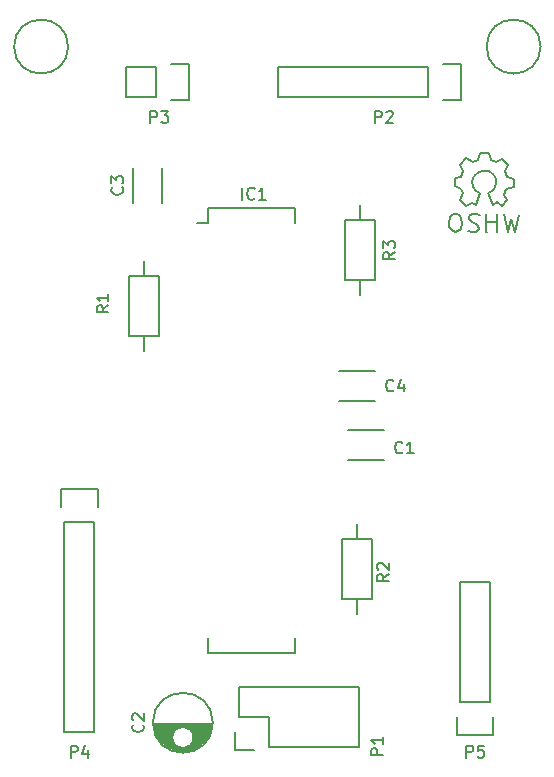
<source format=gbr>
G04 #@! TF.FileFunction,Legend,Top*
%FSLAX46Y46*%
G04 Gerber Fmt 4.6, Leading zero omitted, Abs format (unit mm)*
G04 Created by KiCad (PCBNEW 4.0.1-3.201512221401+6198~38~ubuntu15.10.1-stable) date dom 03 ene 2016 23:47:09 ART*
%MOMM*%
G01*
G04 APERTURE LIST*
%ADD10C,0.100000*%
%ADD11C,0.150000*%
G04 APERTURE END LIST*
D10*
D11*
X176000000Y-123000000D02*
X173000000Y-123000000D01*
X173000000Y-120500000D02*
X176000000Y-120500000D01*
X161499000Y-145325000D02*
X156501000Y-145325000D01*
X161491000Y-145465000D02*
X156509000Y-145465000D01*
X161475000Y-145605000D02*
X159095000Y-145605000D01*
X158905000Y-145605000D02*
X156525000Y-145605000D01*
X161451000Y-145745000D02*
X159490000Y-145745000D01*
X158510000Y-145745000D02*
X156549000Y-145745000D01*
X161418000Y-145885000D02*
X159657000Y-145885000D01*
X158343000Y-145885000D02*
X156582000Y-145885000D01*
X161377000Y-146025000D02*
X159764000Y-146025000D01*
X158236000Y-146025000D02*
X156623000Y-146025000D01*
X161327000Y-146165000D02*
X159835000Y-146165000D01*
X158165000Y-146165000D02*
X156673000Y-146165000D01*
X161266000Y-146305000D02*
X159879000Y-146305000D01*
X158121000Y-146305000D02*
X156734000Y-146305000D01*
X161196000Y-146445000D02*
X159898000Y-146445000D01*
X158102000Y-146445000D02*
X156804000Y-146445000D01*
X161114000Y-146585000D02*
X159896000Y-146585000D01*
X158104000Y-146585000D02*
X156886000Y-146585000D01*
X161019000Y-146725000D02*
X159871000Y-146725000D01*
X158129000Y-146725000D02*
X156981000Y-146725000D01*
X160908000Y-146865000D02*
X159823000Y-146865000D01*
X158177000Y-146865000D02*
X157092000Y-146865000D01*
X160780000Y-147005000D02*
X159745000Y-147005000D01*
X158255000Y-147005000D02*
X157220000Y-147005000D01*
X160631000Y-147145000D02*
X159628000Y-147145000D01*
X158372000Y-147145000D02*
X157369000Y-147145000D01*
X160452000Y-147285000D02*
X159440000Y-147285000D01*
X158560000Y-147285000D02*
X157548000Y-147285000D01*
X160233000Y-147425000D02*
X157767000Y-147425000D01*
X159944000Y-147565000D02*
X158056000Y-147565000D01*
X159472000Y-147705000D02*
X158528000Y-147705000D01*
X159900000Y-146500000D02*
G75*
G03X159900000Y-146500000I-900000J0D01*
G01*
X161537500Y-145250000D02*
G75*
G03X161537500Y-145250000I-2537500J0D01*
G01*
X154750000Y-101250000D02*
X154750000Y-98250000D01*
X157250000Y-98250000D02*
X157250000Y-101250000D01*
X172250000Y-115500000D02*
X175250000Y-115500000D01*
X175250000Y-118000000D02*
X172250000Y-118000000D01*
X161135000Y-101705000D02*
X161135000Y-102975000D01*
X168485000Y-101705000D02*
X168485000Y-102975000D01*
X168485000Y-139315000D02*
X168485000Y-138045000D01*
X161135000Y-139315000D02*
X161135000Y-138045000D01*
X161135000Y-101705000D02*
X168485000Y-101705000D01*
X161135000Y-139315000D02*
X168485000Y-139315000D01*
X161135000Y-102975000D02*
X160200000Y-102975000D01*
X166270000Y-147270000D02*
X173890000Y-147270000D01*
X173890000Y-147270000D02*
X173890000Y-142190000D01*
X173890000Y-142190000D02*
X163730000Y-142190000D01*
X163730000Y-142190000D02*
X163730000Y-144730000D01*
X163450000Y-146000000D02*
X163450000Y-147550000D01*
X163730000Y-144730000D02*
X166270000Y-144730000D01*
X166270000Y-144730000D02*
X166270000Y-147270000D01*
X163450000Y-147550000D02*
X165000000Y-147550000D01*
X179730000Y-92270000D02*
X167030000Y-92270000D01*
X167030000Y-92270000D02*
X167030000Y-89730000D01*
X167030000Y-89730000D02*
X179730000Y-89730000D01*
X182550000Y-92550000D02*
X181000000Y-92550000D01*
X179730000Y-92270000D02*
X179730000Y-89730000D01*
X181000000Y-89450000D02*
X182550000Y-89450000D01*
X182550000Y-89450000D02*
X182550000Y-92550000D01*
X156730000Y-92270000D02*
X154190000Y-92270000D01*
X159550000Y-92550000D02*
X158000000Y-92550000D01*
X156730000Y-92270000D02*
X156730000Y-89730000D01*
X158000000Y-89450000D02*
X159550000Y-89450000D01*
X159550000Y-89450000D02*
X159550000Y-92550000D01*
X156730000Y-89730000D02*
X154190000Y-89730000D01*
X154190000Y-89730000D02*
X154190000Y-92270000D01*
X151520000Y-128270000D02*
X151520000Y-146050000D01*
X151520000Y-146050000D02*
X148980000Y-146050000D01*
X148980000Y-146050000D02*
X148980000Y-128270000D01*
X151800000Y-125450000D02*
X151800000Y-127000000D01*
X151520000Y-128270000D02*
X148980000Y-128270000D01*
X148700000Y-127000000D02*
X148700000Y-125450000D01*
X148700000Y-125450000D02*
X151800000Y-125450000D01*
X185300000Y-144750000D02*
X185300000Y-146300000D01*
X185300000Y-146300000D02*
X182200000Y-146300000D01*
X182200000Y-146300000D02*
X182200000Y-144750000D01*
X182480000Y-143480000D02*
X182480000Y-133320000D01*
X182480000Y-133320000D02*
X185020000Y-133320000D01*
X185020000Y-133320000D02*
X185020000Y-143480000D01*
X182480000Y-143480000D02*
X185020000Y-143480000D01*
X154480000Y-112540000D02*
X154480000Y-107460000D01*
X154480000Y-107460000D02*
X157020000Y-107460000D01*
X157020000Y-107460000D02*
X157020000Y-112540000D01*
X157020000Y-112540000D02*
X154480000Y-112540000D01*
X155750000Y-112540000D02*
X155750000Y-113810000D01*
X155750000Y-107460000D02*
X155750000Y-106190000D01*
X172480000Y-134790000D02*
X172480000Y-129710000D01*
X172480000Y-129710000D02*
X175020000Y-129710000D01*
X175020000Y-129710000D02*
X175020000Y-134790000D01*
X175020000Y-134790000D02*
X172480000Y-134790000D01*
X173750000Y-134790000D02*
X173750000Y-136060000D01*
X173750000Y-129710000D02*
X173750000Y-128440000D01*
X172730000Y-107790000D02*
X172730000Y-102710000D01*
X172730000Y-102710000D02*
X175270000Y-102710000D01*
X175270000Y-102710000D02*
X175270000Y-107790000D01*
X175270000Y-107790000D02*
X172730000Y-107790000D01*
X174000000Y-107790000D02*
X174000000Y-109060000D01*
X174000000Y-102710000D02*
X174000000Y-101440000D01*
X189286000Y-88000000D02*
G75*
G03X189286000Y-88000000I-2286000J0D01*
G01*
X149286000Y-88000000D02*
G75*
G03X149286000Y-88000000I-2286000J0D01*
G01*
X186168780Y-102189860D02*
X186529460Y-103660520D01*
X186529460Y-103660520D02*
X186808860Y-102598800D01*
X186808860Y-102598800D02*
X187118740Y-103670680D01*
X187118740Y-103670680D02*
X187459100Y-102220340D01*
X184748920Y-102880740D02*
X185538860Y-102870580D01*
X185538860Y-102870580D02*
X185549020Y-102880740D01*
X185549020Y-102880740D02*
X185549020Y-102870580D01*
X185589660Y-102159380D02*
X185589660Y-103701160D01*
X184700660Y-102149220D02*
X184700660Y-103718940D01*
X184700660Y-103718940D02*
X184710820Y-103708780D01*
X184149480Y-102250820D02*
X183798960Y-102169540D01*
X183798960Y-102169540D02*
X183478920Y-102159380D01*
X183478920Y-102159380D02*
X183240160Y-102360040D01*
X183240160Y-102360040D02*
X183209680Y-102629280D01*
X183209680Y-102629280D02*
X183450980Y-102870580D01*
X183450980Y-102870580D02*
X183839600Y-103000120D01*
X183839600Y-103000120D02*
X184019940Y-103160140D01*
X184019940Y-103160140D02*
X184060580Y-103459860D01*
X184060580Y-103459860D02*
X183829440Y-103680840D01*
X183829440Y-103680840D02*
X183509400Y-103708780D01*
X183509400Y-103708780D02*
X183158880Y-103599560D01*
X182120020Y-102149220D02*
X181871100Y-102169540D01*
X181871100Y-102169540D02*
X181629800Y-102410840D01*
X181629800Y-102410840D02*
X181540900Y-102901060D01*
X181540900Y-102901060D02*
X181568840Y-103249040D01*
X181568840Y-103249040D02*
X181769500Y-103569080D01*
X181769500Y-103569080D02*
X182020960Y-103691000D01*
X182020960Y-103691000D02*
X182330840Y-103619880D01*
X182330840Y-103619880D02*
X182549280Y-103439540D01*
X182549280Y-103439540D02*
X182620400Y-102979800D01*
X182620400Y-102979800D02*
X182569600Y-102570860D01*
X182569600Y-102570860D02*
X182460380Y-102288920D01*
X182460380Y-102288920D02*
X182099700Y-102159380D01*
X182719460Y-100429640D02*
X182460380Y-100990980D01*
X182460380Y-100990980D02*
X182998860Y-101509140D01*
X182998860Y-101509140D02*
X183519560Y-101239900D01*
X183519560Y-101239900D02*
X183798960Y-101399920D01*
X185239140Y-101379600D02*
X185569340Y-101189100D01*
X185569340Y-101189100D02*
X186008760Y-101519300D01*
X186008760Y-101519300D02*
X186481200Y-101029080D01*
X186481200Y-101029080D02*
X186199260Y-100549020D01*
X186199260Y-100549020D02*
X186389760Y-100079120D01*
X186389760Y-100079120D02*
X186999360Y-99891160D01*
X186999360Y-99891160D02*
X186999360Y-99210440D01*
X186999360Y-99210440D02*
X186440560Y-99070740D01*
X186440560Y-99070740D02*
X186239900Y-98499240D01*
X186239900Y-98499240D02*
X186509140Y-98029340D01*
X186509140Y-98029340D02*
X186039240Y-97518800D01*
X186039240Y-97518800D02*
X185521080Y-97780420D01*
X185521080Y-97780420D02*
X185051180Y-97579760D01*
X185051180Y-97579760D02*
X184881000Y-97038740D01*
X184881000Y-97038740D02*
X184190120Y-97020960D01*
X184190120Y-97020960D02*
X183979300Y-97569600D01*
X183979300Y-97569600D02*
X183560200Y-97739780D01*
X183560200Y-97739780D02*
X183009020Y-97470540D01*
X183009020Y-97470540D02*
X182490860Y-97998860D01*
X182490860Y-97998860D02*
X182739780Y-98539880D01*
X182739780Y-98539880D02*
X182569600Y-99019940D01*
X182569600Y-99019940D02*
X182020960Y-99119000D01*
X182020960Y-99119000D02*
X182010800Y-99820040D01*
X182010800Y-99820040D02*
X182569600Y-100020700D01*
X182569600Y-100020700D02*
X182709300Y-100419480D01*
X184850520Y-100399160D02*
X185150240Y-100249300D01*
X185150240Y-100249300D02*
X185350900Y-100051180D01*
X185350900Y-100051180D02*
X185500760Y-99649860D01*
X185500760Y-99649860D02*
X185500760Y-99251080D01*
X185500760Y-99251080D02*
X185350900Y-98900560D01*
X185350900Y-98900560D02*
X184898780Y-98550040D01*
X184898780Y-98550040D02*
X184449200Y-98499240D01*
X184449200Y-98499240D02*
X184050420Y-98600840D01*
X184050420Y-98600840D02*
X183649100Y-98948820D01*
X183649100Y-98948820D02*
X183499240Y-99400940D01*
X183499240Y-99400940D02*
X183550040Y-99898780D01*
X183550040Y-99898780D02*
X183798960Y-100201040D01*
X183798960Y-100201040D02*
X184149480Y-100399160D01*
X184149480Y-100399160D02*
X183798960Y-101399920D01*
X184850520Y-100399160D02*
X185249300Y-101399920D01*
X177583334Y-122357143D02*
X177535715Y-122404762D01*
X177392858Y-122452381D01*
X177297620Y-122452381D01*
X177154762Y-122404762D01*
X177059524Y-122309524D01*
X177011905Y-122214286D01*
X176964286Y-122023810D01*
X176964286Y-121880952D01*
X177011905Y-121690476D01*
X177059524Y-121595238D01*
X177154762Y-121500000D01*
X177297620Y-121452381D01*
X177392858Y-121452381D01*
X177535715Y-121500000D01*
X177583334Y-121547619D01*
X178535715Y-122452381D02*
X177964286Y-122452381D01*
X178250000Y-122452381D02*
X178250000Y-121452381D01*
X178154762Y-121595238D01*
X178059524Y-121690476D01*
X177964286Y-121738095D01*
X155607143Y-145416666D02*
X155654762Y-145464285D01*
X155702381Y-145607142D01*
X155702381Y-145702380D01*
X155654762Y-145845238D01*
X155559524Y-145940476D01*
X155464286Y-145988095D01*
X155273810Y-146035714D01*
X155130952Y-146035714D01*
X154940476Y-145988095D01*
X154845238Y-145940476D01*
X154750000Y-145845238D01*
X154702381Y-145702380D01*
X154702381Y-145607142D01*
X154750000Y-145464285D01*
X154797619Y-145416666D01*
X154797619Y-145035714D02*
X154750000Y-144988095D01*
X154702381Y-144892857D01*
X154702381Y-144654761D01*
X154750000Y-144559523D01*
X154797619Y-144511904D01*
X154892857Y-144464285D01*
X154988095Y-144464285D01*
X155130952Y-144511904D01*
X155702381Y-145083333D01*
X155702381Y-144464285D01*
X153857143Y-99916666D02*
X153904762Y-99964285D01*
X153952381Y-100107142D01*
X153952381Y-100202380D01*
X153904762Y-100345238D01*
X153809524Y-100440476D01*
X153714286Y-100488095D01*
X153523810Y-100535714D01*
X153380952Y-100535714D01*
X153190476Y-100488095D01*
X153095238Y-100440476D01*
X153000000Y-100345238D01*
X152952381Y-100202380D01*
X152952381Y-100107142D01*
X153000000Y-99964285D01*
X153047619Y-99916666D01*
X152952381Y-99583333D02*
X152952381Y-98964285D01*
X153333333Y-99297619D01*
X153333333Y-99154761D01*
X153380952Y-99059523D01*
X153428571Y-99011904D01*
X153523810Y-98964285D01*
X153761905Y-98964285D01*
X153857143Y-99011904D01*
X153904762Y-99059523D01*
X153952381Y-99154761D01*
X153952381Y-99440476D01*
X153904762Y-99535714D01*
X153857143Y-99583333D01*
X176833334Y-117107143D02*
X176785715Y-117154762D01*
X176642858Y-117202381D01*
X176547620Y-117202381D01*
X176404762Y-117154762D01*
X176309524Y-117059524D01*
X176261905Y-116964286D01*
X176214286Y-116773810D01*
X176214286Y-116630952D01*
X176261905Y-116440476D01*
X176309524Y-116345238D01*
X176404762Y-116250000D01*
X176547620Y-116202381D01*
X176642858Y-116202381D01*
X176785715Y-116250000D01*
X176833334Y-116297619D01*
X177690477Y-116535714D02*
X177690477Y-117202381D01*
X177452381Y-116154762D02*
X177214286Y-116869048D01*
X177833334Y-116869048D01*
X164023810Y-100952381D02*
X164023810Y-99952381D01*
X165071429Y-100857143D02*
X165023810Y-100904762D01*
X164880953Y-100952381D01*
X164785715Y-100952381D01*
X164642857Y-100904762D01*
X164547619Y-100809524D01*
X164500000Y-100714286D01*
X164452381Y-100523810D01*
X164452381Y-100380952D01*
X164500000Y-100190476D01*
X164547619Y-100095238D01*
X164642857Y-100000000D01*
X164785715Y-99952381D01*
X164880953Y-99952381D01*
X165023810Y-100000000D01*
X165071429Y-100047619D01*
X166023810Y-100952381D02*
X165452381Y-100952381D01*
X165738095Y-100952381D02*
X165738095Y-99952381D01*
X165642857Y-100095238D01*
X165547619Y-100190476D01*
X165452381Y-100238095D01*
X175952381Y-147988095D02*
X174952381Y-147988095D01*
X174952381Y-147607142D01*
X175000000Y-147511904D01*
X175047619Y-147464285D01*
X175142857Y-147416666D01*
X175285714Y-147416666D01*
X175380952Y-147464285D01*
X175428571Y-147511904D01*
X175476190Y-147607142D01*
X175476190Y-147988095D01*
X175952381Y-146464285D02*
X175952381Y-147035714D01*
X175952381Y-146750000D02*
X174952381Y-146750000D01*
X175095238Y-146845238D01*
X175190476Y-146940476D01*
X175238095Y-147035714D01*
X175261905Y-94452381D02*
X175261905Y-93452381D01*
X175642858Y-93452381D01*
X175738096Y-93500000D01*
X175785715Y-93547619D01*
X175833334Y-93642857D01*
X175833334Y-93785714D01*
X175785715Y-93880952D01*
X175738096Y-93928571D01*
X175642858Y-93976190D01*
X175261905Y-93976190D01*
X176214286Y-93547619D02*
X176261905Y-93500000D01*
X176357143Y-93452381D01*
X176595239Y-93452381D01*
X176690477Y-93500000D01*
X176738096Y-93547619D01*
X176785715Y-93642857D01*
X176785715Y-93738095D01*
X176738096Y-93880952D01*
X176166667Y-94452381D01*
X176785715Y-94452381D01*
X156261905Y-94452381D02*
X156261905Y-93452381D01*
X156642858Y-93452381D01*
X156738096Y-93500000D01*
X156785715Y-93547619D01*
X156833334Y-93642857D01*
X156833334Y-93785714D01*
X156785715Y-93880952D01*
X156738096Y-93928571D01*
X156642858Y-93976190D01*
X156261905Y-93976190D01*
X157166667Y-93452381D02*
X157785715Y-93452381D01*
X157452381Y-93833333D01*
X157595239Y-93833333D01*
X157690477Y-93880952D01*
X157738096Y-93928571D01*
X157785715Y-94023810D01*
X157785715Y-94261905D01*
X157738096Y-94357143D01*
X157690477Y-94404762D01*
X157595239Y-94452381D01*
X157309524Y-94452381D01*
X157214286Y-94404762D01*
X157166667Y-94357143D01*
X149511905Y-148202381D02*
X149511905Y-147202381D01*
X149892858Y-147202381D01*
X149988096Y-147250000D01*
X150035715Y-147297619D01*
X150083334Y-147392857D01*
X150083334Y-147535714D01*
X150035715Y-147630952D01*
X149988096Y-147678571D01*
X149892858Y-147726190D01*
X149511905Y-147726190D01*
X150940477Y-147535714D02*
X150940477Y-148202381D01*
X150702381Y-147154762D02*
X150464286Y-147869048D01*
X151083334Y-147869048D01*
X183011905Y-148202381D02*
X183011905Y-147202381D01*
X183392858Y-147202381D01*
X183488096Y-147250000D01*
X183535715Y-147297619D01*
X183583334Y-147392857D01*
X183583334Y-147535714D01*
X183535715Y-147630952D01*
X183488096Y-147678571D01*
X183392858Y-147726190D01*
X183011905Y-147726190D01*
X184488096Y-147202381D02*
X184011905Y-147202381D01*
X183964286Y-147678571D01*
X184011905Y-147630952D01*
X184107143Y-147583333D01*
X184345239Y-147583333D01*
X184440477Y-147630952D01*
X184488096Y-147678571D01*
X184535715Y-147773810D01*
X184535715Y-148011905D01*
X184488096Y-148107143D01*
X184440477Y-148154762D01*
X184345239Y-148202381D01*
X184107143Y-148202381D01*
X184011905Y-148154762D01*
X183964286Y-148107143D01*
X152702261Y-109917746D02*
X152226070Y-110251080D01*
X152702261Y-110489175D02*
X151702261Y-110489175D01*
X151702261Y-110108222D01*
X151749880Y-110012984D01*
X151797499Y-109965365D01*
X151892737Y-109917746D01*
X152035594Y-109917746D01*
X152130832Y-109965365D01*
X152178451Y-110012984D01*
X152226070Y-110108222D01*
X152226070Y-110489175D01*
X152702261Y-108965365D02*
X152702261Y-109536794D01*
X152702261Y-109251080D02*
X151702261Y-109251080D01*
X151845118Y-109346318D01*
X151940356Y-109441556D01*
X151987975Y-109536794D01*
X176452381Y-132666666D02*
X175976190Y-133000000D01*
X176452381Y-133238095D02*
X175452381Y-133238095D01*
X175452381Y-132857142D01*
X175500000Y-132761904D01*
X175547619Y-132714285D01*
X175642857Y-132666666D01*
X175785714Y-132666666D01*
X175880952Y-132714285D01*
X175928571Y-132761904D01*
X175976190Y-132857142D01*
X175976190Y-133238095D01*
X175547619Y-132285714D02*
X175500000Y-132238095D01*
X175452381Y-132142857D01*
X175452381Y-131904761D01*
X175500000Y-131809523D01*
X175547619Y-131761904D01*
X175642857Y-131714285D01*
X175738095Y-131714285D01*
X175880952Y-131761904D01*
X176452381Y-132333333D01*
X176452381Y-131714285D01*
X176952381Y-105416666D02*
X176476190Y-105750000D01*
X176952381Y-105988095D02*
X175952381Y-105988095D01*
X175952381Y-105607142D01*
X176000000Y-105511904D01*
X176047619Y-105464285D01*
X176142857Y-105416666D01*
X176285714Y-105416666D01*
X176380952Y-105464285D01*
X176428571Y-105511904D01*
X176476190Y-105607142D01*
X176476190Y-105988095D01*
X175952381Y-105083333D02*
X175952381Y-104464285D01*
X176333333Y-104797619D01*
X176333333Y-104654761D01*
X176380952Y-104559523D01*
X176428571Y-104511904D01*
X176523810Y-104464285D01*
X176761905Y-104464285D01*
X176857143Y-104511904D01*
X176904762Y-104559523D01*
X176952381Y-104654761D01*
X176952381Y-104940476D01*
X176904762Y-105035714D01*
X176857143Y-105083333D01*
M02*

</source>
